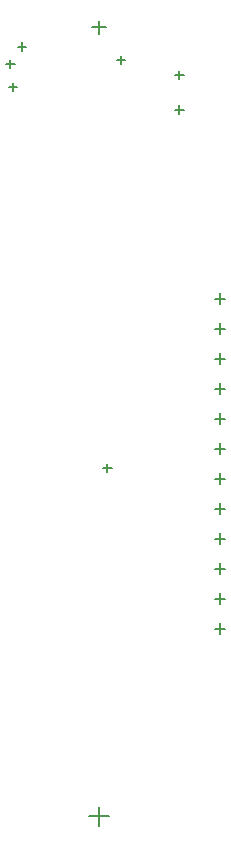
<source format=gbr>
%TF.GenerationSoftware,Altium Limited,Altium Designer,20.1.14 (287)*%
G04 Layer_Color=128*
%FSLAX26Y26*%
%MOIN*%
%TF.SameCoordinates,6A0BC998-17C7-4340-AACC-798D36D37454*%
%TF.FilePolarity,Positive*%
%TF.FileFunction,Drillmap*%
%TF.Part,Single*%
G01*
G75*
%TA.AperFunction,NonConductor*%
%ADD24C,0.005000*%
D24*
X1873780Y4869449D02*
X1919055D01*
X1896417Y4846811D02*
Y4892087D01*
X1863937Y2239528D02*
X1928898D01*
X1896417Y2207047D02*
Y2272008D01*
X2282284Y2865000D02*
X2317716D01*
X2300000Y2847284D02*
Y2882716D01*
X2282284Y2965000D02*
X2317716D01*
X2300000Y2947284D02*
Y2982716D01*
X2282284Y3065000D02*
X2317716D01*
X2300000Y3047284D02*
Y3082716D01*
X2282284Y3165000D02*
X2317716D01*
X2300000Y3147284D02*
Y3182716D01*
X2282284Y3265000D02*
X2317716D01*
X2300000Y3247284D02*
Y3282716D01*
X2282284Y3365000D02*
X2317716D01*
X2300000Y3347284D02*
Y3382716D01*
X2282284Y3465000D02*
X2317716D01*
X2300000Y3447284D02*
Y3482716D01*
X2282284Y3565000D02*
X2317716D01*
X2300000Y3547284D02*
Y3582716D01*
X2282284Y3665000D02*
X2317716D01*
X2300000Y3647284D02*
Y3682716D01*
X2282284Y3765000D02*
X2317716D01*
X2300000Y3747284D02*
Y3782716D01*
X2282284Y3865000D02*
X2317716D01*
X2300000Y3847284D02*
Y3882716D01*
X2282284Y3965000D02*
X2317716D01*
X2300000Y3947284D02*
Y3982716D01*
X1587654Y4746654D02*
X1615654D01*
X1601654Y4732654D02*
Y4760654D01*
X1596000Y4670228D02*
X1624000D01*
X1610000Y4656228D02*
Y4684228D01*
X1911000Y3400000D02*
X1939000D01*
X1925000Y3386000D02*
Y3414000D01*
X1626000Y4805000D02*
X1654000D01*
X1640000Y4791000D02*
Y4819000D01*
X2151000Y4595000D02*
X2179000D01*
X2165000Y4581000D02*
Y4609000D01*
X1956000Y4760000D02*
X1984000D01*
X1970000Y4746000D02*
Y4774000D01*
X2151000Y4710000D02*
X2179000D01*
X2165000Y4696000D02*
Y4724000D01*
%TF.MD5,7a233593813f762db77983718cffda46*%
M02*

</source>
